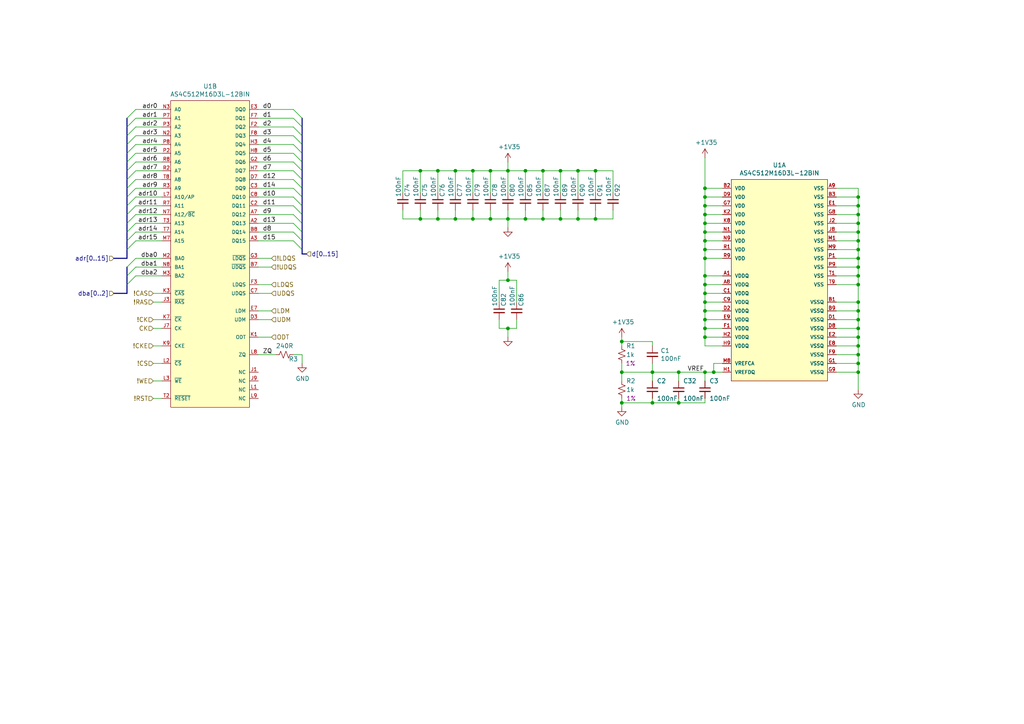
<source format=kicad_sch>
(kicad_sch (version 20231120) (generator "eeschema") (generator_version "8.0")
  (paper "A4")
  (title_block (title "Wifi Wart NFF") (rev "R0.1") (company "Interrupt Labs"))
  (lib_symbols
    (symbol "AS4C512M16D3L:AS4C512M16D3L-12BIN" (pin_names (offset 1.016))
      (property "Reference" "U" (at 0 5.08 0))
      (property "Value" "AS4C512M16D3L-12BIN" (at 0 7.62 0))
      (symbol "AS4C512M16D3L-12BIN_1_1"
        (rectangle (start 5.08 2.54) (end 33.02 -55.88) (fill (type background)))
        (pin power_in line (at 2.54 -25.4 0) (length 2.54) (name "VDDQ") (number "A1"))
        (pin power_in line (at 2.54 -27.94 0) (length 2.54) (name "VDDQ") (number "A8"))
        (pin power_in line (at 35.56 0 180) (length 2.54) (name "VSS") (number "A9"))
        (pin power_in line (at 35.56 -33.02 180) (length 2.54) (name "VSSQ") (number "B1"))
        (pin power_in line (at 2.54 0 0) (length 2.54) (name "VDD") (number "B2"))
        (pin power_in line (at 35.56 -2.54 180) (length 2.54) (name "VSS") (number "B3"))
        (pin power_in line (at 35.56 -35.56 180) (length 2.54) (name "VSSQ") (number "B9"))
        (pin power_in line (at 2.54 -30.48 0) (length 2.54) (name "VDDQ") (number "C1"))
        (pin power_in line (at 2.54 -33.02 0) (length 2.54) (name "VDDQ") (number "C9"))
        (pin power_in line (at 35.56 -38.1 180) (length 2.54) (name "VSSQ") (number "D1"))
        (pin power_in line (at 2.54 -35.56 0) (length 2.54) (name "VDDQ") (number "D2"))
        (pin power_in line (at 35.56 -40.64 180) (length 2.54) (name "VSSQ") (number "D8"))
        (pin power_in line (at 2.54 -2.54 0) (length 2.54) (name "VDD") (number "D9"))
        (pin power_in line (at 35.56 -5.08 180) (length 2.54) (name "VSS") (number "E1"))
        (pin power_in line (at 35.56 -43.18 180) (length 2.54) (name "VSSQ") (number "E2"))
        (pin power_in line (at 35.56 -45.72 180) (length 2.54) (name "VSSQ") (number "E8"))
        (pin power_in line (at 2.54 -38.1 0) (length 2.54) (name "VDDQ") (number "E9"))
        (pin power_in line (at 2.54 -40.64 0) (length 2.54) (name "VDDQ") (number "F1"))
        (pin power_in line (at 35.56 -48.26 180) (length 2.54) (name "VSSQ") (number "F9"))
        (pin power_in line (at 35.56 -50.8 180) (length 2.54) (name "VSSQ") (number "G1"))
        (pin power_in line (at 2.54 -5.08 0) (length 2.54) (name "VDD") (number "G7"))
        (pin power_in line (at 35.56 -7.62 180) (length 2.54) (name "VSS") (number "G8"))
        (pin power_in line (at 35.56 -53.34 180) (length 2.54) (name "VSSQ") (number "G9"))
        (pin power_in line (at 2.54 -53.34 0) (length 2.54) (name "VREFDQ") (number "H1"))
        (pin power_in line (at 2.54 -43.18 0) (length 2.54) (name "VDDQ") (number "H2"))
        (pin power_in line (at 2.54 -45.72 0) (length 2.54) (name "VDDQ") (number "H9"))
        (pin power_in line (at 35.56 -10.16 180) (length 2.54) (name "VSS") (number "J2"))
        (pin power_in line (at 35.56 -12.7 180) (length 2.54) (name "VSS") (number "J8"))
        (pin power_in line (at 2.54 -7.62 0) (length 2.54) (name "VDD") (number "K2"))
        (pin power_in line (at 2.54 -10.16 0) (length 2.54) (name "VDD") (number "K8"))
        (pin power_in line (at 35.56 -15.24 180) (length 2.54) (name "VSS") (number "M1"))
        (pin power_in line (at 2.54 -50.8 0) (length 2.54) (name "VREFCA") (number "M8"))
        (pin power_in line (at 35.56 -17.78 180) (length 2.54) (name "VSS") (number "M9"))
        (pin power_in line (at 2.54 -12.7 0) (length 2.54) (name "VDD") (number "N1"))
        (pin power_in line (at 2.54 -15.24 0) (length 2.54) (name "VDD") (number "N9"))
        (pin power_in line (at 35.56 -20.32 180) (length 2.54) (name "VSS") (number "P1"))
        (pin power_in line (at 35.56 -22.86 180) (length 2.54) (name "VSS") (number "P9"))
        (pin power_in line (at 2.54 -17.78 0) (length 2.54) (name "VDD") (number "R1"))
        (pin power_in line (at 2.54 -20.32 0) (length 2.54) (name "VDD") (number "R9"))
        (pin power_in line (at 35.56 -25.4 180) (length 2.54) (name "VSS") (number "T1"))
        (pin power_in line (at 35.56 -27.94 180) (length 2.54) (name "VSS") (number "T9"))
      )
      (symbol "AS4C512M16D3L-12BIN_2_1"
        (rectangle (start 5.08 2.54) (end 27.94 -86.36) (fill (type background)))
        (pin bidirectional line (at 30.48 -33.02 180) (length 2.54) (name "DQ13") (number "A2"))
        (pin bidirectional line (at 30.48 -38.1 180) (length 2.54) (name "DQ15") (number "A3"))
        (pin bidirectional line (at 30.48 -30.48 180) (length 2.54) (name "DQ12") (number "A7"))
        (pin bidirectional line (at 30.48 -45.72 180) (length 2.54) (name "~{UDQS}") (number "B7"))
        (pin bidirectional line (at 30.48 -35.56 180) (length 2.54) (name "DQ14") (number "B8"))
        (pin bidirectional line (at 30.48 -27.94 180) (length 2.54) (name "DQ11") (number "C2"))
        (pin bidirectional line (at 30.48 -22.86 180) (length 2.54) (name "DQ9") (number "C3"))
        (pin bidirectional line (at 30.48 -53.34 180) (length 2.54) (name "UDQS") (number "C7"))
        (pin bidirectional line (at 30.48 -25.4 180) (length 2.54) (name "DQ10") (number "C8"))
        (pin input line (at 30.48 -60.96 180) (length 2.54) (name "UDM") (number "D3"))
        (pin bidirectional line (at 30.48 -20.32 180) (length 2.54) (name "DQ8") (number "D7"))
        (pin bidirectional line (at 30.48 0 180) (length 2.54) (name "DQ0") (number "E3"))
        (pin input line (at 30.48 -58.42 180) (length 2.54) (name "LDM") (number "E7"))
        (pin bidirectional line (at 30.48 -5.08 180) (length 2.54) (name "DQ2") (number "F2"))
        (pin bidirectional line (at 30.48 -50.8 180) (length 2.54) (name "LDQS") (number "F3"))
        (pin bidirectional line (at 30.48 -2.54 180) (length 2.54) (name "DQ1") (number "F7"))
        (pin bidirectional line (at 30.48 -7.62 180) (length 2.54) (name "DQ3") (number "F8"))
        (pin bidirectional line (at 30.48 -15.24 180) (length 2.54) (name "DQ6") (number "G2"))
        (pin bidirectional line (at 30.48 -43.18 180) (length 2.54) (name "~{LDQS}") (number "G3"))
        (pin bidirectional line (at 30.48 -10.16 180) (length 2.54) (name "DQ4") (number "H3"))
        (pin bidirectional line (at 30.48 -17.78 180) (length 2.54) (name "DQ7") (number "H7"))
        (pin bidirectional line (at 30.48 -12.7 180) (length 2.54) (name "DQ5") (number "H8"))
        (pin passive line (at 30.48 -76.2 180) (length 2.54) (name "NC") (number "J1"))
        (pin input line (at 2.54 -55.88 0) (length 2.54) (name "~{RAS}") (number "J3"))
        (pin input line (at 2.54 -63.5 0) (length 2.54) (name "CK") (number "J7"))
        (pin passive line (at 30.48 -78.74 180) (length 2.54) (name "NC") (number "J9"))
        (pin input line (at 30.48 -66.04 180) (length 2.54) (name "ODT") (number "K1"))
        (pin input line (at 2.54 -53.34 0) (length 2.54) (name "~{CAS}") (number "K3"))
        (pin input line (at 2.54 -60.96 0) (length 2.54) (name "~{CK}") (number "K7"))
        (pin input line (at 2.54 -68.58 0) (length 2.54) (name "CKE") (number "K9"))
        (pin passive line (at 30.48 -81.28 180) (length 2.54) (name "NC") (number "L1"))
        (pin input line (at 2.54 -73.66 0) (length 2.54) (name "~{CS}") (number "L2"))
        (pin input line (at 2.54 -78.74 0) (length 2.54) (name "~{WE}") (number "L3"))
        (pin input line (at 2.54 -25.4 0) (length 2.54) (name "A10/AP") (number "L7"))
        (pin passive line (at 30.48 -71.12 180) (length 2.54) (name "ZQ") (number "L8"))
        (pin passive line (at 30.48 -83.82 180) (length 2.54) (name "NC") (number "L9"))
        (pin input line (at 2.54 -43.18 0) (length 2.54) (name "BA0") (number "M2"))
        (pin input line (at 2.54 -48.26 0) (length 2.54) (name "BA2") (number "M3"))
        (pin input line (at 2.54 -38.1 0) (length 2.54) (name "A15") (number "M7"))
        (pin input line (at 2.54 -7.62 0) (length 2.54) (name "A3") (number "N2"))
        (pin input line (at 2.54 0 0) (length 2.54) (name "A0") (number "N3"))
        (pin input line (at 2.54 -30.48 0) (length 2.54) (name "A12/~{BC}") (number "N7"))
        (pin input line (at 2.54 -45.72 0) (length 2.54) (name "BA1") (number "N8"))
        (pin input line (at 2.54 -12.7 0) (length 2.54) (name "A5") (number "P2"))
        (pin input line (at 2.54 -5.08 0) (length 2.54) (name "A2") (number "P3"))
        (pin input line (at 2.54 -2.54 0) (length 2.54) (name "A1") (number "P7"))
        (pin input line (at 2.54 -10.16 0) (length 2.54) (name "A4") (number "P8"))
        (pin input line (at 2.54 -17.78 0) (length 2.54) (name "A7") (number "R2"))
        (pin input line (at 2.54 -22.86 0) (length 2.54) (name "A9") (number "R3"))
        (pin input line (at 2.54 -27.94 0) (length 2.54) (name "A11") (number "R7"))
        (pin input line (at 2.54 -15.24 0) (length 2.54) (name "A6") (number "R8"))
        (pin input line (at 2.54 -83.82 0) (length 2.54) (name "~{RESET}") (number "T2"))
        (pin input line (at 2.54 -33.02 0) (length 2.54) (name "A13") (number "T3"))
        (pin input line (at 2.54 -35.56 0) (length 2.54) (name "A14") (number "T7"))
        (pin input line (at 2.54 -20.32 0) (length 2.54) (name "A8") (number "T8"))
      )
    )
    (symbol "Device:C_Small" (pin_numbers hide) (pin_names (offset 0.254) hide)
      (property "Reference" "C" (at 0.254 1.778 0))
      (property "Value" "C_Small" (at 0.254 -2.032 0))
      (symbol "C_Small_0_1"
        (polyline (pts (xy -1.524 -0.508) (xy 1.524 -0.508)) (stroke (width 0.3302)))
        (polyline (pts (xy -1.524 0.508) (xy 1.524 0.508)) (stroke (width 0.3048)))
      )
      (symbol "C_Small_1_1"
        (pin passive line (at 0 2.54 270) (length 2.032) (name "~") (number "1"))
        (pin passive line (at 0 -2.54 90) (length 2.032) (name "~") (number "2"))
      )
    )
    (symbol "Device:R_Small_US" (pin_numbers hide) (pin_names (offset 0.254) hide)
      (property "Reference" "R" (at 0.762 0.508 0))
      (property "Value" "R_Small_US" (at 0.762 -1.016 0))
      (symbol "R_Small_US_1_1"
        (polyline (pts (xy 0 0) (xy 1.016 -0.381) (xy 0 -0.762) (xy -1.016 -1.143) (xy 0 -1.524)))
        (polyline (pts (xy 0 1.524) (xy 1.016 1.143) (xy 0 0.762) (xy -1.016 0.381) (xy 0 0)))
        (pin passive line (at 0 2.54 270) (length 1.016) (name "~") (number "1"))
        (pin passive line (at 0 -2.54 90) (length 1.016) (name "~") (number "2"))
      )
    )
    (symbol "hardware-rescue:+1V35-power" (power) (pin_names (offset 0))
      (property "Value" "power_+1V35" (at 0 3.556 0))
      (symbol "+1V35-power_0_1"
        (polyline (pts (xy -0.762 1.27) (xy 0 2.54)))
        (polyline (pts (xy 0 0) (xy 0 2.54)))
        (polyline (pts (xy 0 2.54) (xy 0.762 1.27)))
      )
      (symbol "+1V35-power_1_1"
        (pin power_in line (at 0 0 90) (length 0) hide (name "+1V35") (number "1"))
      )
    )
    (symbol "hardware-rescue:GND-power" (power) (pin_names (offset 0))
      (property "Value" "power_GND" (at 0 -3.81 0))
      (symbol "GND-power_0_1"
        (polyline (pts (xy 0 0) (xy 0 -1.27) (xy 1.27 -1.27) (xy 0 -2.54) (xy -1.27 -1.27) (xy 0 -1.27)))
      )
      (symbol "GND-power_1_1"
        (pin power_in line (at 0 0 270) (length 0) hide (name "GND") (number "1"))
      )
    )
  )
  (junction (at 204.47 59.69))
  (junction (at 248.92 74.93))
  (junction (at 204.47 92.71))
  (junction (at 147.32 95.25))
  (junction (at 142.24 63.5))
  (junction (at 204.47 85.09))
  (junction (at 204.47 62.23))
  (junction (at 162.56 49.53))
  (junction (at 132.08 49.53))
  (junction (at 248.92 97.79))
  (junction (at 204.47 74.93))
  (junction (at 248.92 57.15))
  (junction (at 204.47 67.31))
  (junction (at 204.47 90.17))
  (junction (at 152.4 49.53))
  (junction (at 248.92 107.95))
  (junction (at 204.47 107.95))
  (junction (at 248.92 59.69))
  (junction (at 248.92 80.01))
  (junction (at 147.32 49.53))
  (junction (at 248.92 64.77))
  (junction (at 142.24 49.53))
  (junction (at 172.72 63.5))
  (junction (at 204.47 95.25))
  (junction (at 180.34 116.84))
  (junction (at 204.47 72.39))
  (junction (at 248.92 72.39))
  (junction (at 248.92 92.71))
  (junction (at 167.64 49.53))
  (junction (at 121.92 63.5))
  (junction (at 248.92 102.87))
  (junction (at 196.85 107.95))
  (junction (at 157.48 63.5))
  (junction (at 204.47 64.77))
  (junction (at 137.16 49.53))
  (junction (at 157.48 49.53))
  (junction (at 127 63.5))
  (junction (at 248.92 69.85))
  (junction (at 137.16 63.5))
  (junction (at 248.92 77.47))
  (junction (at 152.4 63.5))
  (junction (at 204.47 54.61))
  (junction (at 248.92 67.31))
  (junction (at 207.01 107.95))
  (junction (at 248.92 82.55))
  (junction (at 180.34 99.06))
  (junction (at 204.47 82.55))
  (junction (at 248.92 100.33))
  (junction (at 204.47 87.63))
  (junction (at 248.92 95.25))
  (junction (at 162.56 63.5))
  (junction (at 167.64 63.5))
  (junction (at 180.34 107.95))
  (junction (at 248.92 87.63))
  (junction (at 189.23 116.84))
  (junction (at 132.08 63.5))
  (junction (at 147.32 81.28))
  (junction (at 248.92 90.17))
  (junction (at 189.23 107.95))
  (junction (at 196.85 116.84))
  (junction (at 127 49.53))
  (junction (at 172.72 49.53))
  (junction (at 248.92 62.23))
  (junction (at 204.47 97.79))
  (junction (at 204.47 57.15))
  (junction (at 147.32 63.5))
  (junction (at 121.92 49.53))
  (junction (at 248.92 105.41))
  (junction (at 204.47 69.85))
  (junction (at 204.47 80.01))
  (bus_entry (at 85.09 49.53) (size 2.54 2.54))
  (bus_entry (at 85.09 69.85) (size 2.54 2.54))
  (bus_entry (at 85.09 67.31) (size 2.54 2.54))
  (bus_entry (at 85.09 64.77) (size 2.54 2.54))
  (bus_entry (at 85.09 46.99) (size 2.54 2.54))
  (bus_entry (at 85.09 36.83) (size 2.54 2.54))
  (bus_entry (at 85.09 41.91) (size 2.54 2.54))
  (bus_entry (at 85.09 59.69) (size 2.54 2.54))
  (bus_entry (at 39.37 31.75) (size -2.54 2.54))
  (bus_entry (at 39.37 46.99) (size -2.54 2.54))
  (bus_entry (at 85.09 34.29) (size 2.54 2.54))
  (bus_entry (at 85.09 31.75) (size 2.54 2.54))
  (bus_entry (at 85.09 57.15) (size 2.54 2.54))
  (bus_entry (at 39.37 44.45) (size -2.54 2.54))
  (bus_entry (at 39.37 64.77) (size -2.54 2.54))
  (bus_entry (at 39.37 62.23) (size -2.54 2.54))
  (bus_entry (at 39.37 77.47) (size -2.54 2.54))
  (bus_entry (at 39.37 36.83) (size -2.54 2.54))
  (bus_entry (at 85.09 54.61) (size 2.54 2.54))
  (bus_entry (at 85.09 52.07) (size 2.54 2.54))
  (bus_entry (at 39.37 67.31) (size -2.54 2.54))
  (bus_entry (at 85.09 62.23) (size 2.54 2.54))
  (bus_entry (at 39.37 41.91) (size -2.54 2.54))
  (bus_entry (at 39.37 39.37) (size -2.54 2.54))
  (bus_entry (at 85.09 44.45) (size 2.54 2.54))
  (bus_entry (at 39.37 59.69) (size -2.54 2.54))
  (bus_entry (at 36.83 72.39) (size 2.54 -2.54))
  (bus_entry (at 39.37 52.07) (size -2.54 2.54))
  (bus_entry (at 39.37 57.15) (size -2.54 2.54))
  (bus_entry (at 39.37 80.01) (size -2.54 2.54))
  (bus_entry (at 39.37 54.61) (size -2.54 2.54))
  (bus_entry (at 39.37 74.93) (size -2.54 2.54))
  (bus_entry (at 85.09 39.37) (size 2.54 2.54))
  (bus_entry (at 39.37 49.53) (size -2.54 2.54))
  (bus_entry (at 39.37 34.29) (size -2.54 2.54))
  (wire (pts (xy 209.55 95.25) (xy 204.47 95.25)))
  (wire (pts (xy 127 63.5) (xy 132.08 63.5)))
  (wire (pts (xy 132.08 63.5) (xy 137.16 63.5)))
  (wire (pts (xy 248.92 82.55) (xy 248.92 87.63)))
  (wire (pts (xy 242.57 92.71) (xy 248.92 92.71)))
  (wire (pts (xy 209.55 100.33) (xy 204.47 100.33)))
  (wire (pts (xy 44.45 110.49) (xy 46.99 110.49)))
  (wire (pts (xy 85.09 36.83) (xy 74.93 36.83)))
  (wire (pts (xy 204.47 59.69) (xy 204.47 57.15)))
  (wire (pts (xy 85.09 57.15) (xy 74.93 57.15)))
  (bus (pts (xy 36.83 62.23) (xy 36.83 64.77)))
  (wire (pts (xy 157.48 55.88) (xy 157.48 49.53)))
  (wire (pts (xy 46.99 100.33) (xy 44.45 100.33)))
  (wire (pts (xy 248.92 105.41) (xy 248.92 107.95)))
  (wire (pts (xy 121.92 63.5) (xy 127 63.5)))
  (bus (pts (xy 87.63 54.61) (xy 87.63 57.15)))
  (wire (pts (xy 46.99 85.09) (xy 44.45 85.09)))
  (wire (pts (xy 248.92 69.85) (xy 248.92 72.39)))
  (wire (pts (xy 147.32 95.25) (xy 147.32 97.79)))
  (wire (pts (xy 209.55 67.31) (xy 204.47 67.31)))
  (wire (pts (xy 209.55 59.69) (xy 204.47 59.69)))
  (wire (pts (xy 248.92 72.39) (xy 248.92 74.93)))
  (wire (pts (xy 180.34 110.49) (xy 180.34 107.95)))
  (bus (pts (xy 87.63 62.23) (xy 87.63 64.77)))
  (wire (pts (xy 39.37 34.29) (xy 46.99 34.29)))
  (wire (pts (xy 248.92 90.17) (xy 248.92 92.71)))
  (wire (pts (xy 157.48 49.53) (xy 162.56 49.53)))
  (wire (pts (xy 204.47 54.61) (xy 204.47 45.72)))
  (wire (pts (xy 85.09 31.75) (xy 74.93 31.75)))
  (bus (pts (xy 36.83 36.83) (xy 36.83 39.37)))
  (wire (pts (xy 209.55 57.15) (xy 204.47 57.15)))
  (wire (pts (xy 152.4 63.5) (xy 147.32 63.5)))
  (wire (pts (xy 248.92 80.01) (xy 248.92 82.55)))
  (wire (pts (xy 248.92 100.33) (xy 248.92 102.87)))
  (wire (pts (xy 144.78 92.71) (xy 144.78 95.25)))
  (wire (pts (xy 87.63 102.87) (xy 87.63 105.41)))
  (wire (pts (xy 177.8 63.5) (xy 172.72 63.5)))
  (wire (pts (xy 248.92 92.71) (xy 248.92 95.25)))
  (wire (pts (xy 189.23 99.06) (xy 180.34 99.06)))
  (wire (pts (xy 142.24 60.96) (xy 142.24 63.5)))
  (wire (pts (xy 248.92 67.31) (xy 248.92 69.85)))
  (wire (pts (xy 152.4 55.88) (xy 152.4 49.53)))
  (wire (pts (xy 172.72 49.53) (xy 177.8 49.53)))
  (wire (pts (xy 85.09 39.37) (xy 74.93 39.37)))
  (wire (pts (xy 162.56 55.88) (xy 162.56 49.53)))
  (wire (pts (xy 39.37 31.75) (xy 46.99 31.75)))
  (wire (pts (xy 142.24 63.5) (xy 147.32 63.5)))
  (wire (pts (xy 209.55 54.61) (xy 204.47 54.61)))
  (wire (pts (xy 78.74 74.93) (xy 74.93 74.93)))
  (bus (pts (xy 36.83 41.91) (xy 36.83 44.45)))
  (wire (pts (xy 172.72 55.88) (xy 172.72 49.53)))
  (wire (pts (xy 157.48 63.5) (xy 152.4 63.5)))
  (wire (pts (xy 44.45 115.57) (xy 46.99 115.57)))
  (wire (pts (xy 196.85 116.84) (xy 189.23 116.84)))
  (wire (pts (xy 147.32 81.28) (xy 147.32 78.74)))
  (wire (pts (xy 248.92 74.93) (xy 248.92 77.47)))
  (wire (pts (xy 85.09 102.87) (xy 87.63 102.87)))
  (wire (pts (xy 39.37 39.37) (xy 46.99 39.37)))
  (bus (pts (xy 87.63 34.29) (xy 87.63 36.83)))
  (wire (pts (xy 46.99 95.25) (xy 44.45 95.25)))
  (bus (pts (xy 87.63 72.39) (xy 87.63 73.66)))
  (wire (pts (xy 248.92 62.23) (xy 248.92 64.77)))
  (wire (pts (xy 127 49.53) (xy 132.08 49.53)))
  (wire (pts (xy 74.93 97.79) (xy 78.74 97.79)))
  (wire (pts (xy 149.86 92.71) (xy 149.86 95.25)))
  (wire (pts (xy 121.92 55.88) (xy 121.92 49.53)))
  (wire (pts (xy 85.09 62.23) (xy 74.93 62.23)))
  (wire (pts (xy 147.32 81.28) (xy 149.86 81.28)))
  (wire (pts (xy 177.8 63.5) (xy 177.8 60.96)))
  (wire (pts (xy 204.47 82.55) (xy 204.47 80.01)))
  (wire (pts (xy 172.72 60.96) (xy 172.72 63.5)))
  (wire (pts (xy 177.8 49.53) (xy 177.8 55.88)))
  (wire (pts (xy 204.47 107.95) (xy 207.01 107.95)))
  (wire (pts (xy 204.47 90.17) (xy 204.47 87.63)))
  (wire (pts (xy 204.47 62.23) (xy 204.47 59.69)))
  (wire (pts (xy 196.85 115.57) (xy 196.85 116.84)))
  (wire (pts (xy 78.74 92.71) (xy 74.93 92.71)))
  (wire (pts (xy 46.99 87.63) (xy 44.45 87.63)))
  (wire (pts (xy 189.23 105.41) (xy 189.23 107.95)))
  (wire (pts (xy 142.24 55.88) (xy 142.24 49.53)))
  (bus (pts (xy 87.63 57.15) (xy 87.63 59.69)))
  (wire (pts (xy 39.37 62.23) (xy 46.99 62.23)))
  (wire (pts (xy 137.16 63.5) (xy 142.24 63.5)))
  (bus (pts (xy 36.83 67.31) (xy 36.83 69.85)))
  (wire (pts (xy 204.47 97.79) (xy 204.47 95.25)))
  (wire (pts (xy 172.72 63.5) (xy 167.64 63.5)))
  (wire (pts (xy 242.57 97.79) (xy 248.92 97.79)))
  (wire (pts (xy 39.37 59.69) (xy 46.99 59.69)))
  (wire (pts (xy 204.47 110.49) (xy 204.47 107.95)))
  (bus (pts (xy 36.83 77.47) (xy 36.83 80.01)))
  (wire (pts (xy 167.64 55.88) (xy 167.64 49.53)))
  (wire (pts (xy 204.47 67.31) (xy 204.47 64.77)))
  (wire (pts (xy 248.92 72.39) (xy 242.57 72.39)))
  (bus (pts (xy 36.83 39.37) (xy 36.83 41.91)))
  (wire (pts (xy 85.09 52.07) (xy 74.93 52.07)))
  (bus (pts (xy 87.63 36.83) (xy 87.63 39.37)))
  (bus (pts (xy 36.83 34.29) (xy 36.83 36.83)))
  (wire (pts (xy 137.16 49.53) (xy 142.24 49.53)))
  (wire (pts (xy 39.37 57.15) (xy 46.99 57.15)))
  (wire (pts (xy 209.55 82.55) (xy 204.47 82.55)))
  (wire (pts (xy 204.47 87.63) (xy 204.47 85.09)))
  (bus (pts (xy 36.83 49.53) (xy 36.83 52.07)))
  (wire (pts (xy 209.55 64.77) (xy 204.47 64.77)))
  (wire (pts (xy 242.57 74.93) (xy 248.92 74.93)))
  (wire (pts (xy 189.23 100.33) (xy 189.23 99.06)))
  (wire (pts (xy 39.37 36.83) (xy 46.99 36.83)))
  (wire (pts (xy 85.09 34.29) (xy 74.93 34.29)))
  (wire (pts (xy 85.09 69.85) (xy 74.93 69.85)))
  (wire (pts (xy 85.09 44.45) (xy 74.93 44.45)))
  (wire (pts (xy 85.09 59.69) (xy 74.93 59.69)))
  (wire (pts (xy 116.84 55.88) (xy 116.84 49.53)))
  (wire (pts (xy 204.47 64.77) (xy 204.47 62.23)))
  (wire (pts (xy 147.32 95.25) (xy 149.86 95.25)))
  (wire (pts (xy 207.01 107.95) (xy 209.55 107.95)))
  (wire (pts (xy 209.55 92.71) (xy 204.47 92.71)))
  (wire (pts (xy 189.23 115.57) (xy 189.23 116.84)))
  (wire (pts (xy 85.09 54.61) (xy 74.93 54.61)))
  (wire (pts (xy 196.85 107.95) (xy 196.85 110.49)))
  (wire (pts (xy 242.57 100.33) (xy 248.92 100.33)))
  (wire (pts (xy 85.09 41.91) (xy 74.93 41.91)))
  (wire (pts (xy 209.55 80.01) (xy 204.47 80.01)))
  (wire (pts (xy 152.4 60.96) (xy 152.4 63.5)))
  (wire (pts (xy 204.47 85.09) (xy 204.47 82.55)))
  (wire (pts (xy 46.99 74.93) (xy 39.37 74.93)))
  (wire (pts (xy 39.37 46.99) (xy 46.99 46.99)))
  (wire (pts (xy 204.47 92.71) (xy 204.47 90.17)))
  (wire (pts (xy 132.08 49.53) (xy 137.16 49.53)))
  (bus (pts (xy 87.63 49.53) (xy 87.63 52.07)))
  (wire (pts (xy 242.57 90.17) (xy 248.92 90.17)))
  (wire (pts (xy 116.84 60.96) (xy 116.84 63.5)))
  (wire (pts (xy 39.37 44.45) (xy 46.99 44.45)))
  (wire (pts (xy 242.57 95.25) (xy 248.92 95.25)))
  (wire (pts (xy 137.16 55.88) (xy 137.16 49.53)))
  (wire (pts (xy 144.78 95.25) (xy 147.32 95.25)))
  (wire (pts (xy 242.57 107.95) (xy 248.92 107.95)))
  (wire (pts (xy 147.32 49.53) (xy 152.4 49.53)))
  (wire (pts (xy 147.32 49.53) (xy 147.32 46.99)))
  (bus (pts (xy 87.63 44.45) (xy 87.63 46.99)))
  (wire (pts (xy 116.84 63.5) (xy 121.92 63.5)))
  (bus (pts (xy 36.83 46.99) (xy 36.83 49.53)))
  (wire (pts (xy 204.47 100.33) (xy 204.47 97.79)))
  (wire (pts (xy 196.85 107.95) (xy 204.47 107.95)))
  (wire (pts (xy 209.55 105.41) (xy 207.01 105.41)))
  (wire (pts (xy 147.32 49.53) (xy 147.32 55.88)))
  (bus (pts (xy 87.63 73.66) (xy 88.9 73.66)))
  (wire (pts (xy 248.92 97.79) (xy 248.92 100.33)))
  (wire (pts (xy 209.55 97.79) (xy 204.47 97.79)))
  (bus (pts (xy 87.63 39.37) (xy 87.63 41.91)))
  (wire (pts (xy 248.92 59.69) (xy 248.92 62.23)))
  (wire (pts (xy 180.34 115.57) (xy 180.34 116.84)))
  (wire (pts (xy 144.78 81.28) (xy 147.32 81.28)))
  (bus (pts (xy 87.63 67.31) (xy 87.63 69.85)))
  (wire (pts (xy 85.09 64.77) (xy 74.93 64.77)))
  (wire (pts (xy 204.47 115.57) (xy 204.47 116.84)))
  (wire (pts (xy 189.23 107.95) (xy 180.34 107.95)))
  (wire (pts (xy 85.09 46.99) (xy 74.93 46.99)))
  (wire (pts (xy 152.4 49.53) (xy 157.48 49.53)))
  (wire (pts (xy 137.16 60.96) (xy 137.16 63.5)))
  (wire (pts (xy 204.47 57.15) (xy 204.47 54.61)))
  (wire (pts (xy 39.37 69.85) (xy 46.99 69.85)))
  (wire (pts (xy 209.55 85.09) (xy 204.47 85.09)))
  (wire (pts (xy 85.09 49.53) (xy 74.93 49.53)))
  (wire (pts (xy 242.57 77.47) (xy 248.92 77.47)))
  (wire (pts (xy 248.92 77.47) (xy 248.92 80.01)))
  (wire (pts (xy 162.56 60.96) (xy 162.56 63.5)))
  (wire (pts (xy 132.08 55.88) (xy 132.08 49.53)))
  (wire (pts (xy 242.57 102.87) (xy 248.92 102.87)))
  (wire (pts (xy 78.74 82.55) (xy 74.93 82.55)))
  (wire (pts (xy 248.92 64.77) (xy 248.92 67.31)))
  (bus (pts (xy 36.83 64.77) (xy 36.83 67.31)))
  (wire (pts (xy 147.32 66.04) (xy 147.32 63.5)))
  (bus (pts (xy 87.63 64.77) (xy 87.63 67.31)))
  (wire (pts (xy 121.92 60.96) (xy 121.92 63.5)))
  (bus (pts (xy 36.83 44.45) (xy 36.83 46.99)))
  (wire (pts (xy 78.74 85.09) (xy 74.93 85.09)))
  (wire (pts (xy 207.01 105.41) (xy 207.01 107.95)))
  (wire (pts (xy 142.24 49.53) (xy 147.32 49.53)))
  (wire (pts (xy 242.57 69.85) (xy 248.92 69.85)))
  (bus (pts (xy 36.83 54.61) (xy 36.83 57.15)))
  (bus (pts (xy 36.83 59.69) (xy 36.83 62.23)))
  (wire (pts (xy 248.92 102.87) (xy 248.92 105.41)))
  (bus (pts (xy 36.83 52.07) (xy 36.83 54.61)))
  (wire (pts (xy 85.09 67.31) (xy 74.93 67.31)))
  (wire (pts (xy 204.47 74.93) (xy 204.47 72.39)))
  (wire (pts (xy 242.57 80.01) (xy 248.92 80.01)))
  (wire (pts (xy 209.55 74.93) (xy 204.47 74.93)))
  (wire (pts (xy 121.92 49.53) (xy 127 49.53)))
  (wire (pts (xy 127 55.88) (xy 127 49.53)))
  (wire (pts (xy 209.55 69.85) (xy 204.47 69.85)))
  (wire (pts (xy 180.34 107.95) (xy 180.34 105.41)))
  (bus (pts (xy 87.63 41.91) (xy 87.63 44.45)))
  (wire (pts (xy 39.37 54.61) (xy 46.99 54.61)))
  (wire (pts (xy 209.55 90.17) (xy 204.47 90.17)))
  (wire (pts (xy 39.37 52.07) (xy 46.99 52.07)))
  (wire (pts (xy 204.47 80.01) (xy 204.47 74.93)))
  (wire (pts (xy 78.74 90.17) (xy 74.93 90.17)))
  (wire (pts (xy 147.32 63.5) (xy 147.32 60.96)))
  (wire (pts (xy 248.92 95.25) (xy 248.92 97.79)))
  (wire (pts (xy 162.56 63.5) (xy 157.48 63.5)))
  (wire (pts (xy 209.55 72.39) (xy 204.47 72.39)))
  (wire (pts (xy 248.92 59.69) (xy 242.57 59.69)))
  (wire (pts (xy 46.99 105.41) (xy 44.45 105.41)))
  (wire (pts (xy 204.47 95.25) (xy 204.47 92.71)))
  (wire (pts (xy 189.23 116.84) (xy 180.34 116.84)))
  (bus (pts (xy 36.83 69.85) (xy 36.83 72.39)))
  (wire (pts (xy 242.57 54.61) (xy 248.92 54.61)))
  (wire (pts (xy 209.55 87.63) (xy 204.47 87.63)))
  (bus (pts (xy 36.83 85.09) (xy 33.02 85.09)))
  (wire (pts (xy 242.57 87.63) (xy 248.92 87.63)))
  (wire (pts (xy 248.92 107.95) (xy 248.92 113.03)))
  (bus (pts (xy 87.63 69.85) (xy 87.63 72.39)))
  (wire (pts (xy 189.23 107.95) (xy 196.85 107.95)))
  (bus (pts (xy 36.83 82.55) (xy 36.83 85.09)))
  (wire (pts (xy 132.08 60.96) (xy 132.08 63.5)))
  (wire (pts (xy 242.57 82.55) (xy 248.92 82.55)))
  (wire (pts (xy 144.78 87.63) (xy 144.78 81.28)))
  (wire (pts (xy 204.47 116.84) (xy 196.85 116.84)))
  (wire (pts (xy 127 60.96) (xy 127 63.5)))
  (wire (pts (xy 39.37 67.31) (xy 46.99 67.31)))
  (wire (pts (xy 78.74 77.47) (xy 74.93 77.47)))
  (bus (pts (xy 36.83 57.15) (xy 36.83 59.69)))
  (wire (pts (xy 46.99 92.71) (xy 44.45 92.71)))
  (wire (pts (xy 242.57 67.31) (xy 248.92 67.31)))
  (wire (pts (xy 39.37 64.77) (xy 46.99 64.77)))
  (bus (pts (xy 36.83 72.39) (xy 36.83 74.93)))
  (wire (pts (xy 180.34 99.06) (xy 180.34 97.79)))
  (wire (pts (xy 116.84 49.53) (xy 121.92 49.53)))
  (wire (pts (xy 46.99 80.01) (xy 39.37 80.01)))
  (bus (pts (xy 87.63 59.69) (xy 87.63 62.23)))
  (wire (pts (xy 149.86 87.63) (xy 149.86 81.28)))
  (bus (pts (xy 36.83 74.93) (xy 33.02 74.93)))
  (wire (pts (xy 39.37 49.53) (xy 46.99 49.53)))
  (wire (pts (xy 242.57 105.41) (xy 248.92 105.41)))
  (wire (pts (xy 242.57 62.23) (xy 248.92 62.23)))
  (wire (pts (xy 180.34 100.33) (xy 180.34 99.06)))
  (bus (pts (xy 87.63 52.07) (xy 87.63 54.61)))
  (wire (pts (xy 204.47 69.85) (xy 204.47 67.31)))
  (wire (pts (xy 46.99 77.47) (xy 39.37 77.47)))
  (wire (pts (xy 180.34 116.84) (xy 180.34 118.11)))
  (wire (pts (xy 39.37 41.91) (xy 46.99 41.91)))
  (wire (pts (xy 248.92 87.63) (xy 248.92 90.17)))
  (wire (pts (xy 248.92 54.61) (xy 248.92 57.15)))
  (wire (pts (xy 167.64 49.53) (xy 172.72 49.53)))
  (wire (pts (xy 242.57 57.15) (xy 248.92 57.15)))
  (wire (pts (xy 242.57 64.77) (xy 248.92 64.77)))
  (wire (pts (xy 162.56 49.53) (xy 167.64 49.53)))
  (wire (pts (xy 209.55 62.23) (xy 204.47 62.23)))
  (wire (pts (xy 248.92 57.15) (xy 248.92 59.69)))
  (bus (pts (xy 87.63 46.99) (xy 87.63 49.53)))
  (wire (pts (xy 167.64 63.5) (xy 162.56 63.5)))
  (wire (pts (xy 167.64 60.96) (xy 167.64 63.5)))
  (bus (pts (xy 36.83 80.01) (xy 36.83 82.55)))
  (wire (pts (xy 80.01 102.87) (xy 74.93 102.87)))
  (wire (pts (xy 157.48 60.96) (xy 157.48 63.5)))
  (wire (pts (xy 204.47 72.39) (xy 204.47 69.85)))
  (wire (pts (xy 189.23 107.95) (xy 189.23 110.49)))
  (label "adr12" (at 45.72 62.23 180))
  (label "adr3" (at 45.72 39.37 180))
  (label "adr4" (at 45.72 41.91 180))
  (label "d7" (at 76.2 49.53 0))
  (label "d3" (at 76.2 39.37 0))
  (label "d1" (at 76.2 34.29 0))
  (label "adr14" (at 45.72 67.31 180))
  (label "d9" (at 76.2 62.23 0))
  (label "adr8" (at 45.72 52.07 180))
  (label "dba2" (at 45.72 80.01 180))
  (label "adr5" (at 45.72 44.45 180))
  (label "adr10" (at 45.72 57.15 180))
  (label "d14" (at 76.2 54.61 0))
  (label "VREF" (at 199.39 107.95 0))
  (label "d4" (at 76.2 41.91 0))
  (label "d2" (at 76.2 36.83 0))
  (label "adr9" (at 45.72 54.61 180))
  (label "d6" (at 76.2 46.99 0))
  (label "adr6" (at 45.72 46.99 180))
  (label "d0" (at 76.2 31.75 0))
  (label "d15" (at 76.2 69.85 0))
  (label "adr2" (at 45.72 36.83 180))
  (label "dba1" (at 45.72 77.47 180))
  (label "adr0" (at 45.72 31.75 180))
  (label "d8" (at 76.2 67.31 0))
  (label "d5" (at 76.2 44.45 0))
  (label "adr1" (at 45.72 34.29 180))
  (label "adr7" (at 45.72 49.53 180))
  (label "d13" (at 76.2 64.77 0))
  (label "adr13" (at 45.72 64.77 180))
  (label "adr15" (at 45.72 69.85 180))
  (label "d12" (at 76.2 52.07 0))
  (label "ZQ" (at 76.2 102.87 0))
  (label "d11" (at 76.2 59.69 0))
  (label "adr11" (at 45.72 59.69 180))
  (label "d10" (at 76.2 57.15 0))
  (label "dba0" (at 45.72 74.93 180))
  (hierarchical_label "!CS" (shape input) (at 44.45 105.41 180))
  (hierarchical_label "LDM" (shape input) (at 78.74 90.17 0))
  (hierarchical_label "!RST" (shape input) (at 44.45 115.57 180))
  (hierarchical_label "UDM" (shape input) (at 78.74 92.71 0))
  (hierarchical_label "dba[0..2]" (shape input) (at 33.02 85.09 180))
  (hierarchical_label "!CKE" (shape input) (at 44.45 100.33 180))
  (hierarchical_label "!CAS" (shape input) (at 44.45 85.09 180))
  (hierarchical_label "!UDQS" (shape input) (at 78.74 77.47 0))
  (hierarchical_label "!LDQS" (shape input) (at 78.74 74.93 0))
  (hierarchical_label "!RAS" (shape input) (at 44.45 87.63 180))
  (hierarchical_label "UDQS" (shape input) (at 78.74 85.09 0))
  (hierarchical_label "!CK" (shape input) (at 44.45 92.71 180))
  (hierarchical_label "ODT" (shape input) (at 78.74 97.79 0))
  (hierarchical_label "adr[0..15]" (shape input) (at 33.02 74.93 180))
  (hierarchical_label "d[0..15]" (shape input) (at 88.9 73.66 0))
  (hierarchical_label "CK" (shape input) (at 44.45 95.25 180))
  (hierarchical_label "!WE" (shape input) (at 44.45 110.49 180))
  (hierarchical_label "LDQS" (shape input) (at 78.74 82.55 0))
  (symbol (lib_id "hardware-rescue:+1V35-power") (at 204.47 45.72 0) (unit 1)
    (property "Reference" "#PWR0101" (effects (hide yes)))
    (property "Value" "+1V35" (at 204.851 41.3258 0))
  )
  (symbol (lib_id "hardware-rescue:GND-power") (at 248.92 113.03 0) (unit 1)
    (property "Reference" "#PWR0102" (effects (hide yes)))
    (property "Value" "GND" (at 249.047 117.4242 0))
  )
  (symbol (lib_id "Device:R_Small_US") (at 180.34 102.87 0) (unit 1)
    (property "Reference" "R1" (at 181.61 100.33 0) (effects (justify left)))
    (property "Value" "1k" (at 181.61 102.87 0) (effects (justify left)))
    (property "Footprint" "Resistor_SMD:R_0402_1005Metric" (effects (hide yes)))
    (property "MPN" "4-1879208-9" (effects (hide yes)))
    (property "Tolerance" "1%" (at 182.88 105.41 0))
  )
  (symbol (lib_id "Device:R_Small_US") (at 180.34 113.03 0) (unit 1)
    (property "Reference" "R2" (at 181.61 110.49 0) (effects (justify left)))
    (property "Value" "1k" (at 181.61 113.03 0) (effects (justify left)))
    (property "Footprint" "Resistor_SMD:R_0402_1005Metric" (effects (hide yes)))
    (property "MPN" "4-1879208-9" (effects (hide yes)))
    (property "Tolerance" "1%" (at 181.61 115.57 0) (effects (justify left)))
  )
  (symbol (lib_id "Device:C_Small") (at 189.23 102.87 0) (unit 1)
    (property "Reference" "C1" (at 191.5668 101.7016 0) (effects (justify left)))
    (property "Value" "100nF" (at 191.5668 104.013 0) (effects (justify left)))
    (property "Footprint" "Capacitor_SMD:C_0402_1005Metric" (effects (hide yes)))
    (property "MPN" "CC0402KRX7R7BB104" (effects (hide yes)))
  )
  (symbol (lib_id "Device:C_Small") (at 189.23 113.03 0) (unit 1)
    (property "Reference" "C2" (at 190.5 110.49 0) (effects (justify left)))
    (property "Value" "100nF" (at 190.5 115.57 0) (effects (justify left)))
    (property "Footprint" "Capacitor_SMD:C_0402_1005Metric" (effects (hide yes)))
    (property "MPN" "CC0402KRX7R7BB104" (effects (hide yes)))
  )
  (symbol (lib_id "hardware-rescue:+1V35-power") (at 180.34 97.79 0) (unit 1)
    (property "Reference" "#PWR0103" (effects (hide yes)))
    (property "Value" "+1V35" (at 180.721 93.3958 0))
  )
  (symbol (lib_id "hardware-rescue:GND-power") (at 180.34 118.11 0) (unit 1)
    (property "Reference" "#PWR0104" (effects (hide yes)))
    (property "Value" "GND" (at 180.467 122.5042 0))
  )
  (symbol (lib_id "Device:C_Small") (at 204.47 113.03 0) (unit 1)
    (property "Reference" "C3" (at 205.74 110.49 0) (effects (justify left)))
    (property "Value" "100nF" (at 205.74 115.57 0) (effects (justify left)))
    (property "Footprint" "Capacitor_SMD:C_0402_1005Metric" (effects (hide yes)))
    (property "MPN" "CC0402KRX7R7BB104" (effects (hide yes)))
  )
  (symbol (lib_id "AS4C512M16D3L:AS4C512M16D3L-12BIN") (at 207.01 54.61 0) (unit 1)
    (property "Reference" "U1" (at 226.06 47.879 0))
    (property "Value" "AS4C512M16D3L-12BIN" (at 226.06 50.1904 0))
    (property "Footprint" "AS4C512M16D3L:Alliance_Memory-AS4C512M16D3L-12BIN-0-0-IPC_A" (effects (hide yes)))
    (property "MPN" "AS4C512M16D3L-12BIN" (effects (hide yes)))
  )
  (symbol (lib_id "AS4C512M16D3L:AS4C512M16D3L-12BIN") (at 44.45 31.75 0) (unit 2)
    (property "Reference" "U1" (at 60.96 25.019 0))
    (property "Value" "AS4C512M16D3L-12BIN" (at 60.96 27.3304 0))
    (property "Footprint" "AS4C512M16D3L:Alliance_Memory-AS4C512M16D3L-12BIN-0-0-IPC_A" (effects (hide yes)))
    (property "MPN" "AS4C512M16D3L-12BIN" (effects (hide yes)))
  )
  (symbol (lib_id "Device:R_Small_US") (at 82.55 102.87 270) (unit 1)
    (property "Reference" "R3" (at 85.09 104.14 90))
    (property "Value" "240R" (at 82.55 100.33 90))
    (property "Footprint" "Resistor_SMD:R_0402_1005Metric" (effects (hide yes)))
    (property "MPN" "0402WGF2400TCE" (effects (hide yes)))
  )
  (symbol (lib_id "hardware-rescue:GND-power") (at 87.63 105.41 0) (unit 1)
    (property "Reference" "#PWR0106" (effects (hide yes)))
    (property "Value" "GND" (at 87.757 109.8042 0))
  )
  (symbol (lib_id "Device:C_Small") (at 196.85 113.03 0) (unit 1)
    (property "Reference" "C32" (at 198.12 110.49 0) (effects (justify left)))
    (property "Value" "100nF" (at 198.12 115.57 0) (effects (justify left)))
    (property "Footprint" "Capacitor_SMD:C_0402_1005Metric" (effects (hide yes)))
    (property "MPN" "CC0402KRX7R7BB104" (effects (hide yes)))
  )
  (symbol (lib_id "Device:C_Small") (at 116.84 58.42 0) (unit 1)
    (property "Reference" "C74" (at 118.11 57.15 90) (effects (justify left)))
    (property "Value" "100nF" (at 115.57 57.15 90) (effects (justify left)))
    (property "Footprint" "Capacitor_SMD:C_0402_1005Metric" (effects (hide yes)))
    (property "MPN" "CC0402KRX7R7BB104" (effects (hide yes)))
  )
  (symbol (lib_id "Device:C_Small") (at 121.92 58.42 0) (unit 1)
    (property "Reference" "C75" (at 123.19 57.15 90) (effects (justify left)))
    (property "Value" "100nF" (at 120.65 57.15 90) (effects (justify left)))
    (property "Footprint" "Capacitor_SMD:C_0402_1005Metric" (effects (hide yes)))
    (property "MPN" "CC0402KRX7R7BB104" (effects (hide yes)))
  )
  (symbol (lib_id "Device:C_Small") (at 127 58.42 0) (unit 1)
    (property "Reference" "C76" (at 128.27 57.15 90) (effects (justify left)))
    (property "Value" "100nF" (at 125.73 57.15 90) (effects (justify left)))
    (property "Footprint" "Capacitor_SMD:C_0402_1005Metric" (effects (hide yes)))
    (property "MPN" "CC0402KRX7R7BB104" (effects (hide yes)))
  )
  (symbol (lib_id "Device:C_Small") (at 132.08 58.42 0) (unit 1)
    (property "Reference" "C77" (at 133.35 57.15 90) (effects (justify left)))
    (property "Value" "100nF" (at 130.81 57.15 90) (effects (justify left)))
    (property "Footprint" "Capacitor_SMD:C_0402_1005Metric" (effects (hide yes)))
    (property "MPN" "CC0402KRX7R7BB104" (effects (hide yes)))
  )
  (symbol (lib_id "Device:C_Small") (at 137.16 58.42 0) (unit 1)
    (property "Reference" "C79" (at 138.43 57.15 90) (effects (justify left)))
    (property "Value" "100nF" (at 135.89 57.15 90) (effects (justify left)))
    (property "Footprint" "Capacitor_SMD:C_0402_1005Metric" (effects (hide yes)))
    (property "MPN" "CC0402KRX7R7BB104" (effects (hide yes)))
  )
  (symbol (lib_id "hardware-rescue:GND-power") (at 147.32 66.04 0) (unit 1)
    (property "Reference" "#PWR066" (effects (hide yes)))
    (property "Value" "GND" (effects (hide yes)))
  )
  (symbol (lib_id "Device:C_Small") (at 152.4 58.42 0) (unit 1)
    (property "Reference" "C85" (at 153.67 57.15 90) (effects (justify left)))
    (property "Value" "100nF" (at 151.13 57.15 90) (effects (justify left)))
    (property "Footprint" "Capacitor_SMD:C_0402_1005Metric" (effects (hide yes)))
    (property "MPN" "CC0402KRX7R7BB104" (effects (hide yes)))
  )
  (symbol (lib_id "Device:C_Small") (at 157.48 58.42 0) (unit 1)
    (property "Reference" "C87" (at 158.75 57.15 90) (effects (justify left)))
    (property "Value" "100nF" (at 156.21 57.15 90) (effects (justify left)))
    (property "Footprint" "Capacitor_SMD:C_0402_1005Metric" (effects (hide yes)))
    (property "MPN" "CC0402KRX7R7BB104" (effects (hide yes)))
  )
  (symbol (lib_id "Device:C_Small") (at 162.56 58.42 0) (unit 1)
    (property "Reference" "C89" (at 163.83 57.15 90) (effects (justify left)))
    (property "Value" "100nF" (at 161.29 57.15 90) (effects (justify left)))
    (property "Footprint" "Capacitor_SMD:C_0402_1005Metric" (effects (hide yes)))
    (property "MPN" "CC0402KRX7R7BB104" (effects (hide yes)))
  )
  (symbol (lib_id "Device:C_Small") (at 167.64 58.42 0) (unit 1)
    (property "Reference" "C90" (at 168.91 57.15 90) (effects (justify left)))
    (property "Value" "100nF" (at 166.37 57.15 90) (effects (justify left)))
    (property "Footprint" "Capacitor_SMD:C_0402_1005Metric" (effects (hide yes)))
    (property "MPN" "CC0402KRX7R7BB104" (effects (hide yes)))
  )
  (symbol (lib_id "Device:C_Small") (at 172.72 58.42 0) (unit 1)
    (property "Reference" "C91" (at 173.99 57.15 90) (effects (justify left)))
    (property "Value" "100nF" (at 171.45 57.15 90) (effects (justify left)))
    (property "Footprint" "Capacitor_SMD:C_0402_1005Metric" (effects (hide yes)))
    (property "MPN" "CC0402KRX7R7BB104" (effects (hide yes)))
  )
  (symbol (lib_id "Device:C_Small") (at 177.8 58.42 0) (unit 1)
    (property "Reference" "C92" (at 179.07 57.15 90) (effects (justify left)))
    (property "Value" "100nF" (at 176.53 57.15 90) (effects (justify left)))
    (property "Footprint" "Capacitor_SMD:C_0402_1005Metric" (effects (hide yes)))
    (property "MPN" "CC0402KRX7R7BB104" (effects (hide yes)))
  )
  (symbol (lib_id "Device:C_Small") (at 142.24 58.42 0) (unit 1)
    (property "Reference" "C78" (at 143.51 57.15 90) (effects (justify left)))
    (property "Value" "100nF" (at 140.97 57.15 90) (effects (justify left)))
    (property "Footprint" "Capacitor_SMD:C_0402_1005Metric" (effects (hide yes)))
    (property "MPN" "CC0402KRX7R7BB104" (effects (hide yes)))
  )
  (symbol (lib_id "Device:C_Small") (at 147.32 58.42 0) (unit 1)
    (property "Reference" "C80" (at 148.59 57.15 90) (effects (justify left)))
    (property "Value" "100nF" (at 146.05 57.15 90) (effects (justify left)))
    (property "Footprint" "Capacitor_SMD:C_0402_1005Metric" (effects (hide yes)))
    (property "MPN" "CC0402KRX7R7BB104" (effects (hide yes)))
  )
  (symbol (lib_id "Device:C_Small") (at 144.78 90.17 0) (unit 1)
    (property "Reference" "C82" (at 146.05 88.9 90) (effects (justify left)))
    (property "Value" "100nF" (at 143.51 88.9 90) (effects (justify left)))
    (property "Footprint" "Capacitor_SMD:C_0402_1005Metric" (effects (hide yes)))
    (property "MPN" "CC0402KRX7R7BB104" (effects (hide yes)))
  )
  (symbol (lib_id "Device:C_Small") (at 149.86 90.17 0) (unit 1)
    (property "Reference" "C86" (at 151.13 88.9 90) (effects (justify left)))
    (property "Value" "100nF" (at 148.59 88.9 90) (effects (justify left)))
    (property "Footprint" "Capacitor_SMD:C_0402_1005Metric" (effects (hide yes)))
    (property "MPN" "CC0402KRX7R7BB104" (effects (hide yes)))
  )
  (symbol (lib_id "hardware-rescue:+1V35-power") (at 147.32 46.99 0) (unit 1)
    (property "Reference" "#PWR065" (effects (hide yes)))
    (property "Value" "+1V35" (at 147.701 42.5958 0))
  )
  (symbol (lib_id "hardware-rescue:+1V35-power") (at 147.32 78.74 0) (unit 1)
    (property "Reference" "#PWR067" (effects (hide yes)))
    (property "Value" "+1V35" (at 147.701 74.3458 0))
  )
  (symbol (lib_id "hardware-rescue:GND-power") (at 147.32 97.79 0) (unit 1)
    (property "Reference" "#PWR068" (effects (hide yes)))
    (property "Value" "GND" (effects (hide yes)))
  )
)
</source>
